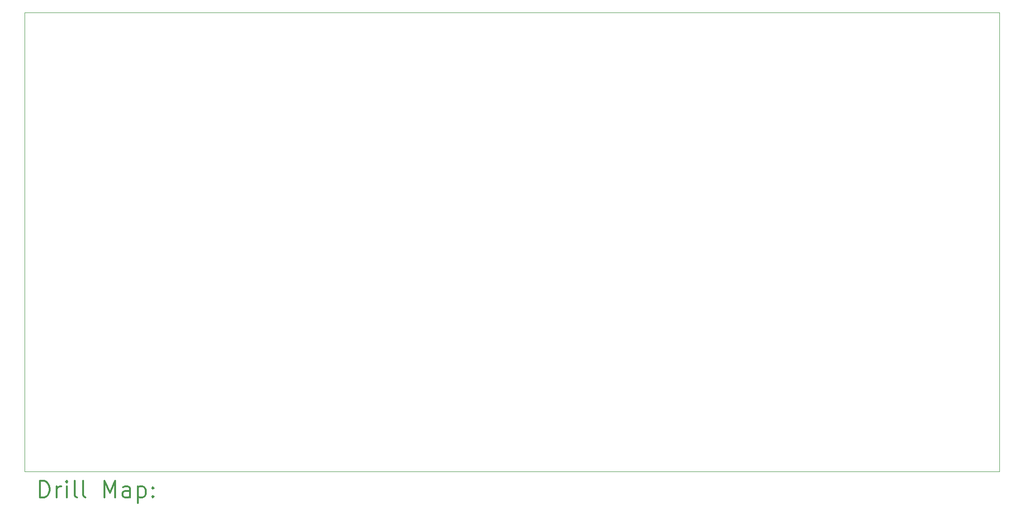
<source format=gbr>
%FSLAX45Y45*%
G04 Gerber Fmt 4.5, Leading zero omitted, Abs format (unit mm)*
G04 Created by KiCad (PCBNEW (5.1.5)-3) date 2020-03-03 15:35:43*
%MOMM*%
%LPD*%
G04 APERTURE LIST*
%TA.AperFunction,Profile*%
%ADD10C,0.100000*%
%TD*%
%ADD11C,0.200000*%
%ADD12C,0.300000*%
G04 APERTURE END LIST*
D10*
X12319000Y-11811000D02*
X30099000Y-11811000D01*
X30099000Y-20193000D02*
X30099000Y-11811000D01*
X12319000Y-20193000D02*
X30099000Y-20193000D01*
X12319000Y-20193000D02*
X12319000Y-11811000D01*
D11*
D12*
X12600428Y-20663714D02*
X12600428Y-20363714D01*
X12671857Y-20363714D01*
X12714714Y-20378000D01*
X12743286Y-20406572D01*
X12757571Y-20435143D01*
X12771857Y-20492286D01*
X12771857Y-20535143D01*
X12757571Y-20592286D01*
X12743286Y-20620857D01*
X12714714Y-20649429D01*
X12671857Y-20663714D01*
X12600428Y-20663714D01*
X12900428Y-20663714D02*
X12900428Y-20463714D01*
X12900428Y-20520857D02*
X12914714Y-20492286D01*
X12929000Y-20478000D01*
X12957571Y-20463714D01*
X12986143Y-20463714D01*
X13086143Y-20663714D02*
X13086143Y-20463714D01*
X13086143Y-20363714D02*
X13071857Y-20378000D01*
X13086143Y-20392286D01*
X13100428Y-20378000D01*
X13086143Y-20363714D01*
X13086143Y-20392286D01*
X13271857Y-20663714D02*
X13243286Y-20649429D01*
X13229000Y-20620857D01*
X13229000Y-20363714D01*
X13429000Y-20663714D02*
X13400428Y-20649429D01*
X13386143Y-20620857D01*
X13386143Y-20363714D01*
X13771857Y-20663714D02*
X13771857Y-20363714D01*
X13871857Y-20578000D01*
X13971857Y-20363714D01*
X13971857Y-20663714D01*
X14243286Y-20663714D02*
X14243286Y-20506572D01*
X14229000Y-20478000D01*
X14200428Y-20463714D01*
X14143286Y-20463714D01*
X14114714Y-20478000D01*
X14243286Y-20649429D02*
X14214714Y-20663714D01*
X14143286Y-20663714D01*
X14114714Y-20649429D01*
X14100428Y-20620857D01*
X14100428Y-20592286D01*
X14114714Y-20563714D01*
X14143286Y-20549429D01*
X14214714Y-20549429D01*
X14243286Y-20535143D01*
X14386143Y-20463714D02*
X14386143Y-20763714D01*
X14386143Y-20478000D02*
X14414714Y-20463714D01*
X14471857Y-20463714D01*
X14500428Y-20478000D01*
X14514714Y-20492286D01*
X14529000Y-20520857D01*
X14529000Y-20606572D01*
X14514714Y-20635143D01*
X14500428Y-20649429D01*
X14471857Y-20663714D01*
X14414714Y-20663714D01*
X14386143Y-20649429D01*
X14657571Y-20635143D02*
X14671857Y-20649429D01*
X14657571Y-20663714D01*
X14643286Y-20649429D01*
X14657571Y-20635143D01*
X14657571Y-20663714D01*
X14657571Y-20478000D02*
X14671857Y-20492286D01*
X14657571Y-20506572D01*
X14643286Y-20492286D01*
X14657571Y-20478000D01*
X14657571Y-20506572D01*
M02*

</source>
